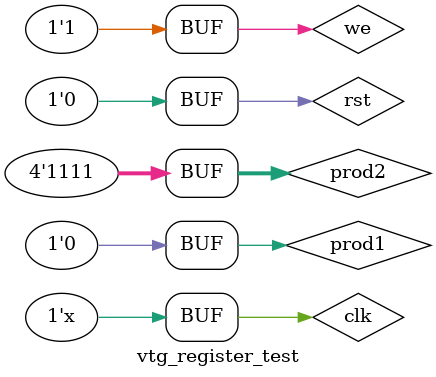
<source format=v>
`timescale 10ns/100ps

`include "vtg_register.v"

module vtg_register_test;

  // Net declarations
  
    reg     clk;
    reg     rst;
    
    reg     we;
    reg     prod1;
    reg [3:0]   prod2;
    
    wire    recv1;
    wire [3:0]  recv2;    



  // Module instantiations

    // 1bit standard register
    vtg_register #(
        .SIZE(1),
        .RST_VAL(1'b0)
       )r1(
        .clk(clk),
        .rst(rst),
        .we(we),
        .datain(prod1),
        .dataout(recv1)
       );
     // 4bit register with modded reset value
     vtg_register #(
        .SIZE(4),
        .RST_VAL(4'b1010)
       )r2(
        .clk(clk),
        .rst(rst),
        .we(we),
        .datain(prod2),
        .dataout(recv2)
       );


  // Behaviour
  always #4 clk = ~clk;  // 12.5 Mhz

    initial
    begin
    
    // 0 ns
        clk <= 1'b0;
        rst <= 1'b1;
        prod1 <= 1'b0;
        prod2 <= 4'b0000;
        we <= 1'b0;
        
    // 100 ns
    #10 rst <= 1'b0;
        we <= 1'b1;
        prod1 <= 1'b1;
        prod2 <= 4'b0101;
    
    // 200 ns
    #10 prod1 <= 1'b0;
        prod2 <= 4'b1111;
        
    end

endmodule

</source>
